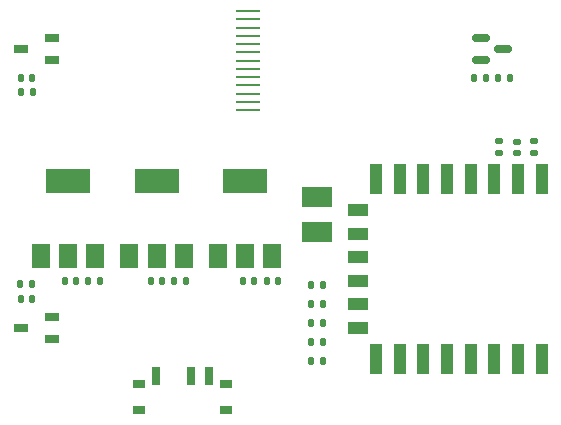
<source format=gbr>
%TF.GenerationSoftware,KiCad,Pcbnew,(6.0.2)*%
%TF.CreationDate,2022-04-10T14:27:56+08:00*%
%TF.ProjectId,PlantCare,506c616e-7443-4617-9265-2e6b69636164,rev?*%
%TF.SameCoordinates,Original*%
%TF.FileFunction,Paste,Top*%
%TF.FilePolarity,Positive*%
%FSLAX46Y46*%
G04 Gerber Fmt 4.6, Leading zero omitted, Abs format (unit mm)*
G04 Created by KiCad (PCBNEW (6.0.2)) date 2022-04-10 14:27:56*
%MOMM*%
%LPD*%
G01*
G04 APERTURE LIST*
G04 Aperture macros list*
%AMRoundRect*
0 Rectangle with rounded corners*
0 $1 Rounding radius*
0 $2 $3 $4 $5 $6 $7 $8 $9 X,Y pos of 4 corners*
0 Add a 4 corners polygon primitive as box body*
4,1,4,$2,$3,$4,$5,$6,$7,$8,$9,$2,$3,0*
0 Add four circle primitives for the rounded corners*
1,1,$1+$1,$2,$3*
1,1,$1+$1,$4,$5*
1,1,$1+$1,$6,$7*
1,1,$1+$1,$8,$9*
0 Add four rect primitives between the rounded corners*
20,1,$1+$1,$2,$3,$4,$5,0*
20,1,$1+$1,$4,$5,$6,$7,0*
20,1,$1+$1,$6,$7,$8,$9,0*
20,1,$1+$1,$8,$9,$2,$3,0*%
G04 Aperture macros list end*
%ADD10R,2.000000X0.200000*%
%ADD11RoundRect,0.135000X0.135000X0.185000X-0.135000X0.185000X-0.135000X-0.185000X0.135000X-0.185000X0*%
%ADD12RoundRect,0.135000X-0.135000X-0.185000X0.135000X-0.185000X0.135000X0.185000X-0.135000X0.185000X0*%
%ADD13RoundRect,0.135000X0.185000X-0.135000X0.185000X0.135000X-0.185000X0.135000X-0.185000X-0.135000X0*%
%ADD14R,1.500000X2.000000*%
%ADD15R,3.800000X2.000000*%
%ADD16R,1.220000X0.650000*%
%ADD17R,1.000000X2.500000*%
%ADD18R,1.800000X1.000000*%
%ADD19RoundRect,0.147500X-0.147500X-0.172500X0.147500X-0.172500X0.147500X0.172500X-0.147500X0.172500X0*%
%ADD20RoundRect,0.140000X-0.140000X-0.170000X0.140000X-0.170000X0.140000X0.170000X-0.140000X0.170000X0*%
%ADD21R,2.600000X1.800000*%
%ADD22RoundRect,0.140000X0.140000X0.170000X-0.140000X0.170000X-0.140000X-0.170000X0.140000X-0.170000X0*%
%ADD23RoundRect,0.140000X-0.170000X0.140000X-0.170000X-0.140000X0.170000X-0.140000X0.170000X0.140000X0*%
%ADD24RoundRect,0.150000X-0.587500X-0.150000X0.587500X-0.150000X0.587500X0.150000X-0.587500X0.150000X0*%
%ADD25R,1.000000X0.800000*%
%ADD26R,0.700000X1.500000*%
G04 APERTURE END LIST*
D10*
%TO.C,J1*%
X101542500Y-85162500D03*
X101542500Y-85862500D03*
X101542500Y-86562500D03*
X101542500Y-87262500D03*
X101542500Y-87962500D03*
X101542500Y-88662500D03*
X101542500Y-89362500D03*
X101542500Y-90062500D03*
X101542500Y-90762500D03*
X101542500Y-91462500D03*
X101542500Y-92162500D03*
X101542500Y-92862500D03*
X101542500Y-93562500D03*
%TD*%
D11*
%TO.C,R15*%
X107910000Y-108400000D03*
X106890000Y-108400000D03*
%TD*%
D12*
%TO.C,R14*%
X106890000Y-110000000D03*
X107910000Y-110000000D03*
%TD*%
D13*
%TO.C,R4*%
X122800000Y-97210000D03*
X122800000Y-96190000D03*
%TD*%
D12*
%TO.C,R11*%
X82240000Y-108250000D03*
X83260000Y-108250000D03*
%TD*%
D14*
%TO.C,U1*%
X99000000Y-105865000D03*
D15*
X101300000Y-99565000D03*
D14*
X101300000Y-105865000D03*
X103600000Y-105865000D03*
%TD*%
D16*
%TO.C,Q4*%
X84910000Y-112950000D03*
X84910000Y-111050000D03*
X82290000Y-112000000D03*
%TD*%
D17*
%TO.C,U2*%
X126400000Y-99400000D03*
X124400000Y-99400000D03*
X122400000Y-99400000D03*
X120400000Y-99400000D03*
X118400000Y-99400000D03*
X116400000Y-99400000D03*
X114400000Y-99400000D03*
X112400000Y-99400000D03*
D18*
X110900000Y-102000000D03*
X110900000Y-104000000D03*
X110900000Y-106000000D03*
X110900000Y-108000000D03*
X110900000Y-110000000D03*
X110900000Y-112000000D03*
D17*
X112400000Y-114600000D03*
X114400000Y-114600000D03*
X116400000Y-114600000D03*
X118400000Y-114600000D03*
X120400000Y-114600000D03*
X122400000Y-114600000D03*
X124400000Y-114600000D03*
X126400000Y-114600000D03*
%TD*%
D19*
%TO.C,D3*%
X82315000Y-90800000D03*
X83285000Y-90800000D03*
%TD*%
%TO.C,D2*%
X82290000Y-109575000D03*
X83260000Y-109575000D03*
%TD*%
D11*
%TO.C,R1*%
X107910000Y-111600000D03*
X106890000Y-111600000D03*
%TD*%
D20*
%TO.C,C10*%
X93320000Y-108000000D03*
X94280000Y-108000000D03*
%TD*%
%TO.C,C8*%
X86020000Y-108000000D03*
X86980000Y-108000000D03*
%TD*%
D11*
%TO.C,R3*%
X107910000Y-113200000D03*
X106890000Y-113200000D03*
%TD*%
D21*
%TO.C,C1*%
X107400000Y-100900000D03*
X107400000Y-103900000D03*
%TD*%
D16*
%TO.C,Q2*%
X84910000Y-89350000D03*
X84910000Y-87450000D03*
X82290000Y-88400000D03*
%TD*%
D20*
%TO.C,C2*%
X101120000Y-108000000D03*
X102080000Y-108000000D03*
%TD*%
D22*
%TO.C,C9*%
X88980000Y-108000000D03*
X88020000Y-108000000D03*
%TD*%
D12*
%TO.C,R12*%
X82290000Y-92000000D03*
X83310000Y-92000000D03*
%TD*%
D11*
%TO.C,R9*%
X107910000Y-114800000D03*
X106890000Y-114800000D03*
%TD*%
D23*
%TO.C,C4*%
X124300000Y-96220000D03*
X124300000Y-97180000D03*
%TD*%
D11*
%TO.C,R10*%
X122690000Y-90800000D03*
X123710000Y-90800000D03*
%TD*%
D24*
%TO.C,Q1*%
X123137500Y-88400000D03*
X121262500Y-89350000D03*
X121262500Y-87450000D03*
%TD*%
D22*
%TO.C,C11*%
X96280000Y-108000000D03*
X95320000Y-108000000D03*
%TD*%
D12*
%TO.C,R13*%
X121710000Y-90800000D03*
X120690000Y-90800000D03*
%TD*%
D14*
%TO.C,U4*%
X84000000Y-105865000D03*
D15*
X86300000Y-99565000D03*
D14*
X86300000Y-105865000D03*
X88600000Y-105865000D03*
%TD*%
D13*
%TO.C,R8*%
X125800000Y-97210000D03*
X125800000Y-96190000D03*
%TD*%
D25*
%TO.C,SW1*%
X99650000Y-116745000D03*
X92350000Y-118955000D03*
X99650000Y-118955000D03*
X92350000Y-116745000D03*
D26*
X93750000Y-116095000D03*
X96750000Y-116095000D03*
X98250000Y-116095000D03*
%TD*%
D22*
%TO.C,C3*%
X104080000Y-108000000D03*
X103120000Y-108000000D03*
%TD*%
D14*
%TO.C,U5*%
X96100000Y-105865000D03*
X93800000Y-105865000D03*
D15*
X93800000Y-99565000D03*
D14*
X91500000Y-105865000D03*
%TD*%
M02*

</source>
